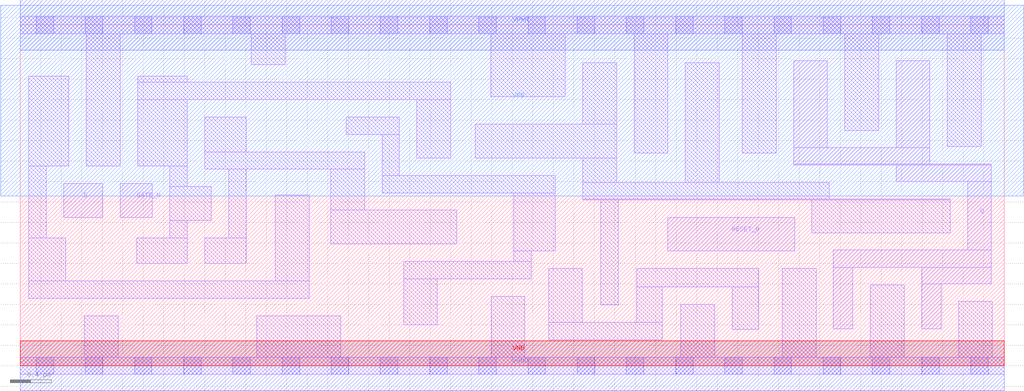
<source format=lef>
# Copyright 2020 The SkyWater PDK Authors
#
# Licensed under the Apache License, Version 2.0 (the "License");
# you may not use this file except in compliance with the License.
# You may obtain a copy of the License at
#
#     https://www.apache.org/licenses/LICENSE-2.0
#
# Unless required by applicable law or agreed to in writing, software
# distributed under the License is distributed on an "AS IS" BASIS,
# WITHOUT WARRANTIES OR CONDITIONS OF ANY KIND, either express or implied.
# See the License for the specific language governing permissions and
# limitations under the License.
#
# SPDX-License-Identifier: Apache-2.0

VERSION 5.7 ;
  NOWIREEXTENSIONATPIN ON ;
  DIVIDERCHAR "/" ;
  BUSBITCHARS "[]" ;
MACRO sky130_fd_sc_ls__dlrtn_4
  CLASS CORE ;
  FOREIGN sky130_fd_sc_ls__dlrtn_4 ;
  ORIGIN  0.000000  0.000000 ;
  SIZE  9.600000 BY  3.330000 ;
  SYMMETRY X Y ;
  SITE unit ;
  PIN D
    ANTENNAGATEAREA  0.208500 ;
    DIRECTION INPUT ;
    USE SIGNAL ;
    PORT
      LAYER li1 ;
        RECT 0.425000 1.450000 0.805000 1.780000 ;
    END
  END D
  PIN Q
    ANTENNADIFFAREA  1.198400 ;
    DIRECTION OUTPUT ;
    USE SIGNAL ;
    PORT
      LAYER li1 ;
        RECT 7.545000 1.960000 9.475000 1.970000 ;
        RECT 7.545000 1.970000 8.875000 2.130000 ;
        RECT 7.545000 2.130000 7.875000 2.980000 ;
        RECT 7.935000 0.360000 8.125000 0.960000 ;
        RECT 7.935000 0.960000 9.475000 1.130000 ;
        RECT 8.545000 1.800000 9.475000 1.960000 ;
        RECT 8.545000 2.130000 8.875000 2.980000 ;
        RECT 8.795000 0.360000 8.985000 0.800000 ;
        RECT 8.795000 0.800000 9.475000 0.960000 ;
        RECT 9.245000 1.130000 9.475000 1.800000 ;
    END
  END Q
  PIN RESET_B
    ANTENNAGATEAREA  0.444000 ;
    DIRECTION INPUT ;
    USE SIGNAL ;
    PORT
      LAYER li1 ;
        RECT 6.320000 1.120000 7.555000 1.450000 ;
    END
  END RESET_B
  PIN VNB
    PORT
      LAYER pwell ;
        RECT 0.000000 0.000000 9.600000 0.245000 ;
    END
  END VNB
  PIN VPB
    PORT
      LAYER nwell ;
        RECT -0.190000 1.660000 9.790000 3.520000 ;
    END
  END VPB
  PIN GATE_N
    ANTENNAGATEAREA  0.237000 ;
    DIRECTION INPUT ;
    USE CLOCK ;
    PORT
      LAYER li1 ;
        RECT 0.975000 1.450000 1.290000 1.780000 ;
    END
  END GATE_N
  PIN VGND
    DIRECTION INOUT ;
    SHAPE ABUTMENT ;
    USE GROUND ;
    PORT
      LAYER met1 ;
        RECT 0.000000 -0.245000 9.600000 0.245000 ;
    END
  END VGND
  PIN VPWR
    DIRECTION INOUT ;
    SHAPE ABUTMENT ;
    USE POWER ;
    PORT
      LAYER met1 ;
        RECT 0.000000 3.085000 9.600000 3.575000 ;
    END
  END VPWR
  OBS
    LAYER li1 ;
      RECT 0.000000 -0.085000 9.600000 0.085000 ;
      RECT 0.000000  3.245000 9.600000 3.415000 ;
      RECT 0.085000  0.660000 2.820000 0.830000 ;
      RECT 0.085000  0.830000 0.445000 1.250000 ;
      RECT 0.085000  1.250000 0.255000 1.950000 ;
      RECT 0.085000  1.950000 0.475000 2.830000 ;
      RECT 0.625000  0.085000 0.955000 0.490000 ;
      RECT 0.645000  1.950000 0.975000 3.245000 ;
      RECT 1.135000  1.000000 1.630000 1.250000 ;
      RECT 1.145000  1.950000 1.630000 2.600000 ;
      RECT 1.145000  2.600000 4.200000 2.770000 ;
      RECT 1.145000  2.770000 1.630000 2.830000 ;
      RECT 1.460000  1.250000 1.630000 1.420000 ;
      RECT 1.460000  1.420000 1.865000 1.750000 ;
      RECT 1.460000  1.750000 1.630000 1.950000 ;
      RECT 1.800000  1.000000 2.205000 1.250000 ;
      RECT 1.800000  1.920000 3.360000 2.090000 ;
      RECT 1.800000  2.090000 2.205000 2.430000 ;
      RECT 2.035000  1.250000 2.205000 1.920000 ;
      RECT 2.255000  2.940000 2.585000 3.245000 ;
      RECT 2.310000  0.085000 3.125000 0.490000 ;
      RECT 2.490000  0.830000 2.820000 1.670000 ;
      RECT 3.030000  1.190000 4.260000 1.520000 ;
      RECT 3.030000  1.520000 3.360000 1.920000 ;
      RECT 3.180000  2.260000 3.700000 2.430000 ;
      RECT 3.530000  1.690000 5.220000 1.860000 ;
      RECT 3.530000  1.860000 3.700000 2.260000 ;
      RECT 3.740000  0.400000 4.070000 0.850000 ;
      RECT 3.740000  0.850000 4.985000 1.020000 ;
      RECT 3.870000  2.030000 4.200000 2.600000 ;
      RECT 4.440000  2.030000 5.820000 2.360000 ;
      RECT 4.590000  2.630000 5.320000 3.245000 ;
      RECT 4.595000  0.085000 4.925000 0.680000 ;
      RECT 4.815000  1.020000 4.985000 1.120000 ;
      RECT 4.815000  1.120000 5.220000 1.690000 ;
      RECT 5.155000  0.255000 6.265000 0.425000 ;
      RECT 5.155000  0.425000 5.485000 0.950000 ;
      RECT 5.490000  1.620000 9.075000 1.630000 ;
      RECT 5.490000  1.630000 7.895000 1.790000 ;
      RECT 5.490000  1.790000 5.820000 2.030000 ;
      RECT 5.490000  2.360000 5.820000 2.960000 ;
      RECT 5.665000  0.595000 5.835000 1.620000 ;
      RECT 5.990000  2.080000 6.320000 3.245000 ;
      RECT 6.015000  0.425000 6.265000 0.770000 ;
      RECT 6.015000  0.770000 7.205000 0.950000 ;
      RECT 6.445000  0.085000 6.775000 0.600000 ;
      RECT 6.490000  1.790000 6.820000 2.960000 ;
      RECT 6.945000  0.355000 7.205000 0.770000 ;
      RECT 7.045000  2.080000 7.375000 3.245000 ;
      RECT 7.435000  0.085000 7.765000 0.950000 ;
      RECT 7.725000  1.300000 9.075000 1.620000 ;
      RECT 8.045000  2.300000 8.375000 3.245000 ;
      RECT 8.295000  0.085000 8.625000 0.790000 ;
      RECT 9.045000  2.140000 9.375000 3.245000 ;
      RECT 9.155000  0.085000 9.485000 0.630000 ;
    LAYER mcon ;
      RECT 0.155000 -0.085000 0.325000 0.085000 ;
      RECT 0.155000  3.245000 0.325000 3.415000 ;
      RECT 0.635000 -0.085000 0.805000 0.085000 ;
      RECT 0.635000  3.245000 0.805000 3.415000 ;
      RECT 1.115000 -0.085000 1.285000 0.085000 ;
      RECT 1.115000  3.245000 1.285000 3.415000 ;
      RECT 1.595000 -0.085000 1.765000 0.085000 ;
      RECT 1.595000  3.245000 1.765000 3.415000 ;
      RECT 2.075000 -0.085000 2.245000 0.085000 ;
      RECT 2.075000  3.245000 2.245000 3.415000 ;
      RECT 2.555000 -0.085000 2.725000 0.085000 ;
      RECT 2.555000  3.245000 2.725000 3.415000 ;
      RECT 3.035000 -0.085000 3.205000 0.085000 ;
      RECT 3.035000  3.245000 3.205000 3.415000 ;
      RECT 3.515000 -0.085000 3.685000 0.085000 ;
      RECT 3.515000  3.245000 3.685000 3.415000 ;
      RECT 3.995000 -0.085000 4.165000 0.085000 ;
      RECT 3.995000  3.245000 4.165000 3.415000 ;
      RECT 4.475000 -0.085000 4.645000 0.085000 ;
      RECT 4.475000  3.245000 4.645000 3.415000 ;
      RECT 4.955000 -0.085000 5.125000 0.085000 ;
      RECT 4.955000  3.245000 5.125000 3.415000 ;
      RECT 5.435000 -0.085000 5.605000 0.085000 ;
      RECT 5.435000  3.245000 5.605000 3.415000 ;
      RECT 5.915000 -0.085000 6.085000 0.085000 ;
      RECT 5.915000  3.245000 6.085000 3.415000 ;
      RECT 6.395000 -0.085000 6.565000 0.085000 ;
      RECT 6.395000  3.245000 6.565000 3.415000 ;
      RECT 6.875000 -0.085000 7.045000 0.085000 ;
      RECT 6.875000  3.245000 7.045000 3.415000 ;
      RECT 7.355000 -0.085000 7.525000 0.085000 ;
      RECT 7.355000  3.245000 7.525000 3.415000 ;
      RECT 7.835000 -0.085000 8.005000 0.085000 ;
      RECT 7.835000  3.245000 8.005000 3.415000 ;
      RECT 8.315000 -0.085000 8.485000 0.085000 ;
      RECT 8.315000  3.245000 8.485000 3.415000 ;
      RECT 8.795000 -0.085000 8.965000 0.085000 ;
      RECT 8.795000  3.245000 8.965000 3.415000 ;
      RECT 9.275000 -0.085000 9.445000 0.085000 ;
      RECT 9.275000  3.245000 9.445000 3.415000 ;
  END
END sky130_fd_sc_ls__dlrtn_4
END LIBRARY

</source>
